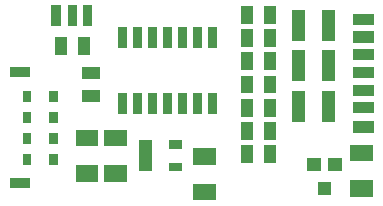
<source format=gbr>
G04 #@! TF.GenerationSoftware,KiCad,Pcbnew,5.1.5-52549c5~86~ubuntu19.10.1*
G04 #@! TF.CreationDate,2020-04-21T11:36:23+02:00*
G04 #@! TF.ProjectId,funcdec_uni.hw,66756e63-6465-4635-9f75-6e692e68772e,1*
G04 #@! TF.SameCoordinates,Original*
G04 #@! TF.FileFunction,Soldermask,Top*
G04 #@! TF.FilePolarity,Negative*
%FSLAX46Y46*%
G04 Gerber Fmt 4.6, Leading zero omitted, Abs format (unit mm)*
G04 Created by KiCad (PCBNEW 5.1.5-52549c5~86~ubuntu19.10.1) date 2020-04-21 11:36:23*
%MOMM*%
%LPD*%
G04 APERTURE LIST*
%ADD10C,0.100000*%
G04 APERTURE END LIST*
D10*
G36*
X30607200Y-29695340D02*
G01*
X28701800Y-29695340D01*
X28701800Y-28292860D01*
X30607200Y-28292860D01*
X30607200Y-29695340D01*
G37*
G36*
X43878700Y-29390540D02*
G01*
X41973300Y-29390540D01*
X41973300Y-27988060D01*
X43878700Y-27988060D01*
X43878700Y-29390540D01*
G37*
G36*
X40373500Y-29261000D02*
G01*
X39255500Y-29261000D01*
X39255500Y-28143000D01*
X40373500Y-28143000D01*
X40373500Y-29261000D01*
G37*
G36*
X14909500Y-28620000D02*
G01*
X13157500Y-28620000D01*
X13157500Y-27768000D01*
X14909500Y-27768000D01*
X14909500Y-28620000D01*
G37*
G36*
X23050700Y-28120540D02*
G01*
X21145300Y-28120540D01*
X21145300Y-26718060D01*
X23050700Y-26718060D01*
X23050700Y-28120540D01*
G37*
G36*
X20637700Y-28120540D02*
G01*
X18732300Y-28120540D01*
X18732300Y-26718060D01*
X20637700Y-26718060D01*
X20637700Y-28120540D01*
G37*
G36*
X39484500Y-27229000D02*
G01*
X38366500Y-27229000D01*
X38366500Y-26111000D01*
X39484500Y-26111000D01*
X39484500Y-27229000D01*
G37*
G36*
X41262500Y-27229000D02*
G01*
X40144500Y-27229000D01*
X40144500Y-26111000D01*
X41262500Y-26111000D01*
X41262500Y-27229000D01*
G37*
G36*
X27737000Y-27216300D02*
G01*
X26619000Y-27216300D01*
X26619000Y-26504700D01*
X27737000Y-26504700D01*
X27737000Y-27216300D01*
G37*
G36*
X25197000Y-27216300D02*
G01*
X24079000Y-27216300D01*
X24079000Y-24599700D01*
X25197000Y-24599700D01*
X25197000Y-27216300D01*
G37*
G36*
X17229020Y-26691790D02*
G01*
X16497100Y-26691790D01*
X16497100Y-25759210D01*
X17229020Y-25759210D01*
X17229020Y-26691790D01*
G37*
G36*
X14998900Y-26691790D02*
G01*
X14266980Y-26691790D01*
X14266980Y-25759210D01*
X14998900Y-25759210D01*
X14998900Y-26691790D01*
G37*
G36*
X30607200Y-26672740D02*
G01*
X28701800Y-26672740D01*
X28701800Y-25270260D01*
X30607200Y-25270260D01*
X30607200Y-26672740D01*
G37*
G36*
X35674500Y-26530500D02*
G01*
X34683500Y-26530500D01*
X34683500Y-25031500D01*
X35674500Y-25031500D01*
X35674500Y-26530500D01*
G37*
G36*
X33769500Y-26530500D02*
G01*
X32778500Y-26530500D01*
X32778500Y-25031500D01*
X33769500Y-25031500D01*
X33769500Y-26530500D01*
G37*
G36*
X43878700Y-26367940D02*
G01*
X41973300Y-26367940D01*
X41973300Y-24965460D01*
X43878700Y-24965460D01*
X43878700Y-26367940D01*
G37*
G36*
X27737000Y-25311300D02*
G01*
X26619000Y-25311300D01*
X26619000Y-24599700D01*
X27737000Y-24599700D01*
X27737000Y-25311300D01*
G37*
G36*
X23050700Y-25097940D02*
G01*
X21145300Y-25097940D01*
X21145300Y-23695460D01*
X23050700Y-23695460D01*
X23050700Y-25097940D01*
G37*
G36*
X20637700Y-25097940D02*
G01*
X18732300Y-25097940D01*
X18732300Y-23695460D01*
X20637700Y-23695460D01*
X20637700Y-25097940D01*
G37*
G36*
X14998900Y-24913790D02*
G01*
X14266980Y-24913790D01*
X14266980Y-23981210D01*
X14998900Y-23981210D01*
X14998900Y-24913790D01*
G37*
G36*
X17229020Y-24913790D02*
G01*
X16497100Y-24913790D01*
X16497100Y-23981210D01*
X17229020Y-23981210D01*
X17229020Y-24913790D01*
G37*
G36*
X33769500Y-24562000D02*
G01*
X32778500Y-24562000D01*
X32778500Y-23063000D01*
X33769500Y-23063000D01*
X33769500Y-24562000D01*
G37*
G36*
X35674500Y-24562000D02*
G01*
X34683500Y-24562000D01*
X34683500Y-23063000D01*
X35674500Y-23063000D01*
X35674500Y-24562000D01*
G37*
G36*
X43988193Y-22925693D02*
G01*
X43989063Y-22925957D01*
X43989852Y-22926378D01*
X43990549Y-22926951D01*
X43991122Y-22927648D01*
X43991543Y-22928437D01*
X43991807Y-22929307D01*
X43992500Y-22936341D01*
X43992500Y-23965659D01*
X43991807Y-23972693D01*
X43991543Y-23973563D01*
X43991122Y-23974352D01*
X43990549Y-23975049D01*
X43989852Y-23975622D01*
X43989063Y-23976043D01*
X43988193Y-23976307D01*
X43981159Y-23977000D01*
X42251841Y-23977000D01*
X42244807Y-23976307D01*
X42243937Y-23976043D01*
X42243148Y-23975622D01*
X42242451Y-23975049D01*
X42241878Y-23974352D01*
X42241457Y-23973563D01*
X42241193Y-23972693D01*
X42240500Y-23965659D01*
X42240500Y-22936341D01*
X42241193Y-22929307D01*
X42241457Y-22928437D01*
X42241878Y-22927648D01*
X42242451Y-22926951D01*
X42243148Y-22926378D01*
X42243937Y-22925957D01*
X42244807Y-22925693D01*
X42251841Y-22925000D01*
X43981159Y-22925000D01*
X43988193Y-22925693D01*
G37*
G36*
X17229020Y-23135790D02*
G01*
X16497100Y-23135790D01*
X16497100Y-22203210D01*
X17229020Y-22203210D01*
X17229020Y-23135790D01*
G37*
G36*
X14998900Y-23135790D02*
G01*
X14266980Y-23135790D01*
X14266980Y-22203210D01*
X14998900Y-22203210D01*
X14998900Y-23135790D01*
G37*
G36*
X38151000Y-23025300D02*
G01*
X37033000Y-23025300D01*
X37033000Y-20408700D01*
X38151000Y-20408700D01*
X38151000Y-23025300D01*
G37*
G36*
X40691000Y-23025300D02*
G01*
X39573000Y-23025300D01*
X39573000Y-20408700D01*
X40691000Y-20408700D01*
X40691000Y-23025300D01*
G37*
G36*
X33769500Y-22593500D02*
G01*
X32778500Y-22593500D01*
X32778500Y-21094500D01*
X33769500Y-21094500D01*
X33769500Y-22593500D01*
G37*
G36*
X35674500Y-22593500D02*
G01*
X34683500Y-22593500D01*
X34683500Y-21094500D01*
X35674500Y-21094500D01*
X35674500Y-22593500D01*
G37*
G36*
X30734200Y-22339500D02*
G01*
X29971800Y-22339500D01*
X29971800Y-20586500D01*
X30734200Y-20586500D01*
X30734200Y-22339500D01*
G37*
G36*
X29464200Y-22339500D02*
G01*
X28701800Y-22339500D01*
X28701800Y-20586500D01*
X29464200Y-20586500D01*
X29464200Y-22339500D01*
G37*
G36*
X28194200Y-22339500D02*
G01*
X27431800Y-22339500D01*
X27431800Y-20586500D01*
X28194200Y-20586500D01*
X28194200Y-22339500D01*
G37*
G36*
X25654200Y-22339500D02*
G01*
X24891800Y-22339500D01*
X24891800Y-20586500D01*
X25654200Y-20586500D01*
X25654200Y-22339500D01*
G37*
G36*
X26924200Y-22339500D02*
G01*
X26161800Y-22339500D01*
X26161800Y-20586500D01*
X26924200Y-20586500D01*
X26924200Y-22339500D01*
G37*
G36*
X24384200Y-22339500D02*
G01*
X23621800Y-22339500D01*
X23621800Y-20586500D01*
X24384200Y-20586500D01*
X24384200Y-22339500D01*
G37*
G36*
X23114200Y-22339500D02*
G01*
X22351800Y-22339500D01*
X22351800Y-20586500D01*
X23114200Y-20586500D01*
X23114200Y-22339500D01*
G37*
G36*
X43992380Y-21375120D02*
G01*
X43992500Y-21376343D01*
X43992500Y-22325657D01*
X43992380Y-22326880D01*
X43991157Y-22327000D01*
X42241843Y-22327000D01*
X42240620Y-22326880D01*
X42240500Y-22325657D01*
X42240500Y-21376343D01*
X42240620Y-21375120D01*
X42241843Y-21375000D01*
X43991157Y-21375000D01*
X43992380Y-21375120D01*
G37*
G36*
X14998900Y-21357790D02*
G01*
X14266980Y-21357790D01*
X14266980Y-20425210D01*
X14998900Y-20425210D01*
X14998900Y-21357790D01*
G37*
G36*
X17229020Y-21357790D02*
G01*
X16497100Y-21357790D01*
X16497100Y-20425210D01*
X17229020Y-20425210D01*
X17229020Y-21357790D01*
G37*
G36*
X20815500Y-21323500D02*
G01*
X19316500Y-21323500D01*
X19316500Y-20332500D01*
X20815500Y-20332500D01*
X20815500Y-21323500D01*
G37*
G36*
X43992380Y-19875120D02*
G01*
X43992500Y-19876343D01*
X43992500Y-20825657D01*
X43992380Y-20826880D01*
X43991157Y-20827000D01*
X42241843Y-20827000D01*
X42240620Y-20826880D01*
X42240500Y-20825657D01*
X42240500Y-19876343D01*
X42240620Y-19875120D01*
X42241843Y-19875000D01*
X43991157Y-19875000D01*
X43992380Y-19875120D01*
G37*
G36*
X35674500Y-20625000D02*
G01*
X34683500Y-20625000D01*
X34683500Y-19126000D01*
X35674500Y-19126000D01*
X35674500Y-20625000D01*
G37*
G36*
X33769500Y-20625000D02*
G01*
X32778500Y-20625000D01*
X32778500Y-19126000D01*
X33769500Y-19126000D01*
X33769500Y-20625000D01*
G37*
G36*
X38151000Y-19596300D02*
G01*
X37033000Y-19596300D01*
X37033000Y-16979700D01*
X38151000Y-16979700D01*
X38151000Y-19596300D01*
G37*
G36*
X40691000Y-19596300D02*
G01*
X39573000Y-19596300D01*
X39573000Y-16979700D01*
X40691000Y-16979700D01*
X40691000Y-19596300D01*
G37*
G36*
X20815500Y-19418500D02*
G01*
X19316500Y-19418500D01*
X19316500Y-18427500D01*
X20815500Y-18427500D01*
X20815500Y-19418500D01*
G37*
G36*
X43992380Y-18375120D02*
G01*
X43992500Y-18376343D01*
X43992500Y-19325657D01*
X43992380Y-19326880D01*
X43991157Y-19327000D01*
X42241843Y-19327000D01*
X42240620Y-19326880D01*
X42240500Y-19325657D01*
X42240500Y-18376343D01*
X42240620Y-18375120D01*
X42241843Y-18375000D01*
X43991157Y-18375000D01*
X43992380Y-18375120D01*
G37*
G36*
X14909500Y-19222000D02*
G01*
X13157500Y-19222000D01*
X13157500Y-18370000D01*
X14909500Y-18370000D01*
X14909500Y-19222000D01*
G37*
G36*
X35674500Y-18656500D02*
G01*
X34683500Y-18656500D01*
X34683500Y-17157500D01*
X35674500Y-17157500D01*
X35674500Y-18656500D01*
G37*
G36*
X33769500Y-18656500D02*
G01*
X32778500Y-18656500D01*
X32778500Y-17157500D01*
X33769500Y-17157500D01*
X33769500Y-18656500D01*
G37*
G36*
X43992380Y-16875120D02*
G01*
X43992500Y-16876343D01*
X43992500Y-17825657D01*
X43992380Y-17826880D01*
X43991157Y-17827000D01*
X42241843Y-17827000D01*
X42240620Y-17826880D01*
X42240500Y-17825657D01*
X42240500Y-16876343D01*
X42240620Y-16875120D01*
X42241843Y-16875000D01*
X43991157Y-16875000D01*
X43992380Y-16875120D01*
G37*
G36*
X19926500Y-17386500D02*
G01*
X18935500Y-17386500D01*
X18935500Y-15887500D01*
X19926500Y-15887500D01*
X19926500Y-17386500D01*
G37*
G36*
X18021500Y-17386500D02*
G01*
X17030500Y-17386500D01*
X17030500Y-15887500D01*
X18021500Y-15887500D01*
X18021500Y-17386500D01*
G37*
G36*
X23114200Y-16751500D02*
G01*
X22351800Y-16751500D01*
X22351800Y-14998500D01*
X23114200Y-14998500D01*
X23114200Y-16751500D01*
G37*
G36*
X24384200Y-16751500D02*
G01*
X23621800Y-16751500D01*
X23621800Y-14998500D01*
X24384200Y-14998500D01*
X24384200Y-16751500D01*
G37*
G36*
X25654200Y-16751500D02*
G01*
X24891800Y-16751500D01*
X24891800Y-14998500D01*
X25654200Y-14998500D01*
X25654200Y-16751500D01*
G37*
G36*
X26924200Y-16751500D02*
G01*
X26161800Y-16751500D01*
X26161800Y-14998500D01*
X26924200Y-14998500D01*
X26924200Y-16751500D01*
G37*
G36*
X28194200Y-16751500D02*
G01*
X27431800Y-16751500D01*
X27431800Y-14998500D01*
X28194200Y-14998500D01*
X28194200Y-16751500D01*
G37*
G36*
X30734200Y-16751500D02*
G01*
X29971800Y-16751500D01*
X29971800Y-14998500D01*
X30734200Y-14998500D01*
X30734200Y-16751500D01*
G37*
G36*
X29464200Y-16751500D02*
G01*
X28701800Y-16751500D01*
X28701800Y-14998500D01*
X29464200Y-14998500D01*
X29464200Y-16751500D01*
G37*
G36*
X33769500Y-16688000D02*
G01*
X32778500Y-16688000D01*
X32778500Y-15189000D01*
X33769500Y-15189000D01*
X33769500Y-16688000D01*
G37*
G36*
X35674500Y-16688000D02*
G01*
X34683500Y-16688000D01*
X34683500Y-15189000D01*
X35674500Y-15189000D01*
X35674500Y-16688000D01*
G37*
G36*
X43992380Y-15375120D02*
G01*
X43992500Y-15376343D01*
X43992500Y-16325657D01*
X43992380Y-16326880D01*
X43991157Y-16327000D01*
X42241843Y-16327000D01*
X42240620Y-16326880D01*
X42240500Y-16325657D01*
X42240500Y-15376343D01*
X42240620Y-15375120D01*
X42241843Y-15375000D01*
X43991157Y-15375000D01*
X43992380Y-15375120D01*
G37*
G36*
X38151000Y-16167300D02*
G01*
X37033000Y-16167300D01*
X37033000Y-13550700D01*
X38151000Y-13550700D01*
X38151000Y-16167300D01*
G37*
G36*
X40691000Y-16167300D02*
G01*
X39573000Y-16167300D01*
X39573000Y-13550700D01*
X40691000Y-13550700D01*
X40691000Y-16167300D01*
G37*
G36*
X18854500Y-14909500D02*
G01*
X18102500Y-14909500D01*
X18102500Y-13157500D01*
X18854500Y-13157500D01*
X18854500Y-14909500D01*
G37*
G36*
X20124500Y-14909500D02*
G01*
X19372500Y-14909500D01*
X19372500Y-13157500D01*
X20124500Y-13157500D01*
X20124500Y-14909500D01*
G37*
G36*
X17534500Y-14909500D02*
G01*
X16682500Y-14909500D01*
X16682500Y-13157500D01*
X17534500Y-13157500D01*
X17534500Y-14909500D01*
G37*
G36*
X43992380Y-13875120D02*
G01*
X43992500Y-13876343D01*
X43992500Y-14825657D01*
X43992380Y-14826880D01*
X43991157Y-14827000D01*
X42241843Y-14827000D01*
X42240620Y-14826880D01*
X42240500Y-14825657D01*
X42240500Y-13876343D01*
X42240620Y-13875120D01*
X42241843Y-13875000D01*
X43991157Y-13875000D01*
X43992380Y-13875120D01*
G37*
G36*
X35674500Y-14719500D02*
G01*
X34683500Y-14719500D01*
X34683500Y-13220500D01*
X35674500Y-13220500D01*
X35674500Y-14719500D01*
G37*
G36*
X33769500Y-14719500D02*
G01*
X32778500Y-14719500D01*
X32778500Y-13220500D01*
X33769500Y-13220500D01*
X33769500Y-14719500D01*
G37*
M02*

</source>
